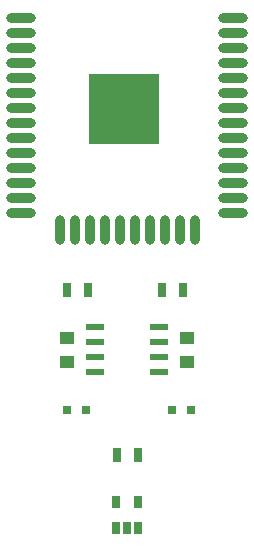
<source format=gbr>
G04 #@! TF.GenerationSoftware,KiCad,Pcbnew,(5.0.2)-1*
G04 #@! TF.CreationDate,2019-10-20T23:59:16+02:00*
G04 #@! TF.ProjectId,esp32-lifepo4 - slim,65737033-322d-46c6-9966-65706f34202d,rev?*
G04 #@! TF.SameCoordinates,Original*
G04 #@! TF.FileFunction,Paste,Top*
G04 #@! TF.FilePolarity,Positive*
%FSLAX46Y46*%
G04 Gerber Fmt 4.6, Leading zero omitted, Abs format (unit mm)*
G04 Created by KiCad (PCBNEW (5.0.2)-1) date 20/10/2019 23:59:16*
%MOMM*%
%LPD*%
G01*
G04 APERTURE LIST*
%ADD10O,2.500000X0.900000*%
%ADD11O,0.900000X2.500000*%
%ADD12R,6.000000X6.000000*%
%ADD13R,1.250000X1.000000*%
%ADD14R,0.800000X0.800000*%
%ADD15R,0.797560X1.198880*%
%ADD16R,1.550000X0.600000*%
%ADD17R,0.650000X1.060000*%
G04 APERTURE END LIST*
D10*
G04 #@! TO.C,U1*
X155976160Y-70020934D03*
X155976160Y-71290934D03*
X155976160Y-72560934D03*
X155976160Y-73830934D03*
X155976160Y-75100934D03*
X155976160Y-76370934D03*
X155976160Y-77640934D03*
X155976160Y-78910934D03*
X155976160Y-80180934D03*
X155976160Y-81450934D03*
X155976160Y-82720934D03*
X155976160Y-83990934D03*
X155976160Y-85260934D03*
X155976160Y-86530934D03*
D11*
X152691160Y-88020934D03*
X151421160Y-88020934D03*
X150151160Y-88020934D03*
X148881160Y-88020934D03*
X147611160Y-88020934D03*
X146341160Y-88020934D03*
X145071160Y-88020934D03*
X143801160Y-88020934D03*
X142531160Y-88020934D03*
X141261160Y-88020934D03*
D10*
X137976160Y-86530934D03*
X137976160Y-85260934D03*
X137976160Y-83990934D03*
X137976160Y-82720934D03*
X137976160Y-81450934D03*
X137976160Y-80180934D03*
X137976160Y-78910934D03*
X137976160Y-77640934D03*
X137976160Y-76370934D03*
X137976160Y-75100934D03*
X137976160Y-73830934D03*
X137976160Y-72560934D03*
X137976160Y-71290934D03*
X137976160Y-70020934D03*
D12*
X146676160Y-77720934D03*
G04 #@! TD*
D13*
G04 #@! TO.C,C1*
X141896160Y-97130934D03*
X141896160Y-99130934D03*
G04 #@! TD*
G04 #@! TO.C,C2*
X152056160Y-97130934D03*
X152056160Y-99130934D03*
G04 #@! TD*
D14*
G04 #@! TO.C,D2*
X152386160Y-103210934D03*
X150786160Y-103210934D03*
G04 #@! TD*
G04 #@! TO.C,D3*
X141896160Y-103210934D03*
X143496160Y-103210934D03*
G04 #@! TD*
D15*
G04 #@! TO.C,R1*
X147875320Y-107020934D03*
X146077000Y-107020934D03*
G04 #@! TD*
G04 #@! TO.C,R2*
X143694480Y-93050934D03*
X141896160Y-93050934D03*
G04 #@! TD*
G04 #@! TO.C,R3*
X151685320Y-93050934D03*
X149887000Y-93050934D03*
G04 #@! TD*
D16*
G04 #@! TO.C,U2*
X149676160Y-96225934D03*
X149676160Y-97495934D03*
X149676160Y-98765934D03*
X149676160Y-100035934D03*
X144276160Y-100035934D03*
X144276160Y-98765934D03*
X144276160Y-97495934D03*
X144276160Y-96225934D03*
G04 #@! TD*
D17*
G04 #@! TO.C,U3*
X146026160Y-111000934D03*
X147926160Y-111000934D03*
X147926160Y-113200934D03*
X146976160Y-113200934D03*
X146026160Y-113200934D03*
G04 #@! TD*
M02*

</source>
